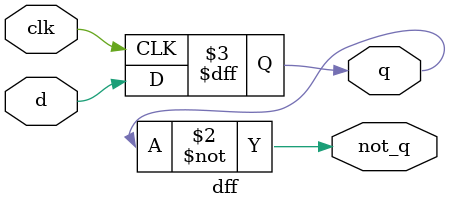
<source format=sv>
module dff (
    input  logic d,
    input  logic clk,
    output logic q,
    output logic not_q
);

  always_ff @(posedge clk) begin
    q <= d;
  end

  assign not_q = ~q;

endmodule

</source>
